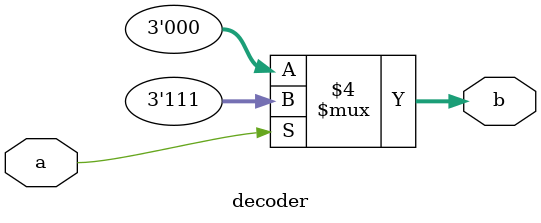
<source format=v>
`timescale 1ns / 1ps


module decoder(
input a,
output [2:0]b
    );
reg [2:0]b;
always @(a,b) begin
    if(a==1)
        b=3'b111;
    else
        b=3'b000;
    end
endmodule


</source>
